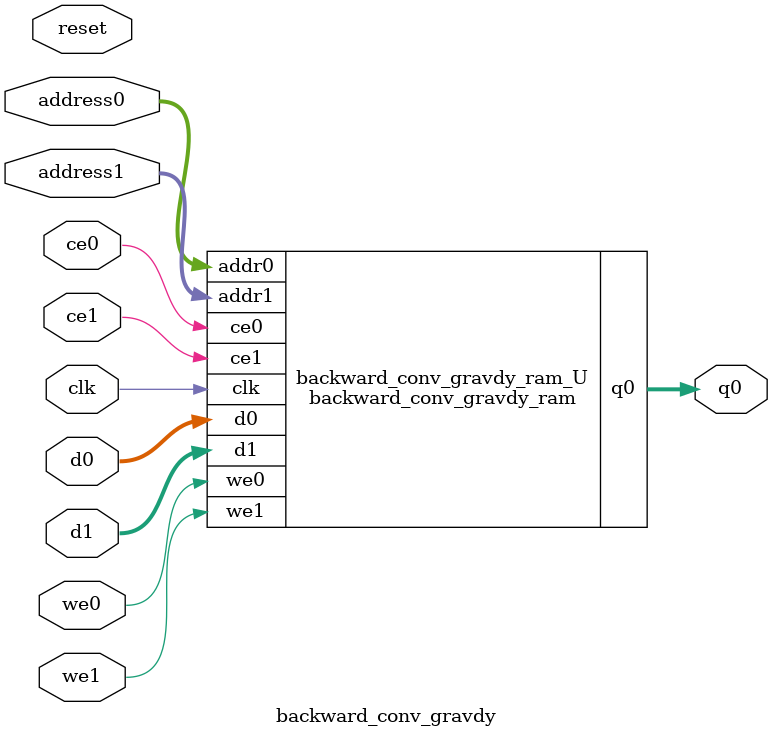
<source format=v>
`timescale 1 ns / 1 ps
module backward_conv_gravdy_ram (addr0, ce0, d0, we0, q0, addr1, ce1, d1, we1,  clk);

parameter DWIDTH = 32;
parameter AWIDTH = 10;
parameter MEM_SIZE = 900;

input[AWIDTH-1:0] addr0;
input ce0;
input[DWIDTH-1:0] d0;
input we0;
output reg[DWIDTH-1:0] q0;
input[AWIDTH-1:0] addr1;
input ce1;
input[DWIDTH-1:0] d1;
input we1;
input clk;

(* ram_style = "block" *)reg [DWIDTH-1:0] ram[0:MEM_SIZE-1];




always @(posedge clk)  
begin 
    if (ce0) 
    begin
        if (we0) 
        begin 
            ram[addr0] <= d0; 
        end 
        q0 <= ram[addr0];
    end
end


always @(posedge clk)  
begin 
    if (ce1) 
    begin
        if (we1) 
        begin 
            ram[addr1] <= d1; 
        end 
    end
end


endmodule

`timescale 1 ns / 1 ps
module backward_conv_gravdy(
    reset,
    clk,
    address0,
    ce0,
    we0,
    d0,
    q0,
    address1,
    ce1,
    we1,
    d1);

parameter DataWidth = 32'd32;
parameter AddressRange = 32'd900;
parameter AddressWidth = 32'd10;
input reset;
input clk;
input[AddressWidth - 1:0] address0;
input ce0;
input we0;
input[DataWidth - 1:0] d0;
output[DataWidth - 1:0] q0;
input[AddressWidth - 1:0] address1;
input ce1;
input we1;
input[DataWidth - 1:0] d1;



backward_conv_gravdy_ram backward_conv_gravdy_ram_U(
    .clk( clk ),
    .addr0( address0 ),
    .ce0( ce0 ),
    .we0( we0 ),
    .d0( d0 ),
    .q0( q0 ),
    .addr1( address1 ),
    .ce1( ce1 ),
    .we1( we1 ),
    .d1( d1 ));

endmodule


</source>
